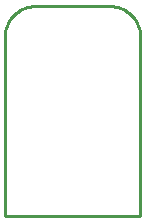
<source format=gbr>
G04 EAGLE Gerber RS-274X export*
G75*
%MOMM*%
%FSLAX34Y34*%
%LPD*%
%IN*%
%IPPOS*%
%AMOC8*
5,1,8,0,0,1.08239X$1,22.5*%
G01*
%ADD10C,0.254000*%


D10*
X0Y0D02*
X114300Y0D01*
X114300Y152400D01*
X114203Y154614D01*
X113914Y156811D01*
X113435Y158974D01*
X112768Y161087D01*
X111920Y163135D01*
X110897Y165100D01*
X109706Y166969D01*
X108358Y168727D01*
X106861Y170361D01*
X105227Y171858D01*
X103469Y173206D01*
X101600Y174397D01*
X99635Y175420D01*
X97587Y176268D01*
X95474Y176935D01*
X93311Y177414D01*
X91114Y177703D01*
X88900Y177800D01*
X25400Y177800D01*
X23186Y177703D01*
X20989Y177414D01*
X18826Y176935D01*
X16713Y176268D01*
X14666Y175420D01*
X12700Y174397D01*
X10831Y173206D01*
X9073Y171858D01*
X7440Y170361D01*
X5942Y168727D01*
X4594Y166969D01*
X3403Y165100D01*
X2380Y163135D01*
X1532Y161087D01*
X865Y158974D01*
X386Y156811D01*
X97Y154614D01*
X0Y152400D01*
X0Y0D01*
M02*

</source>
